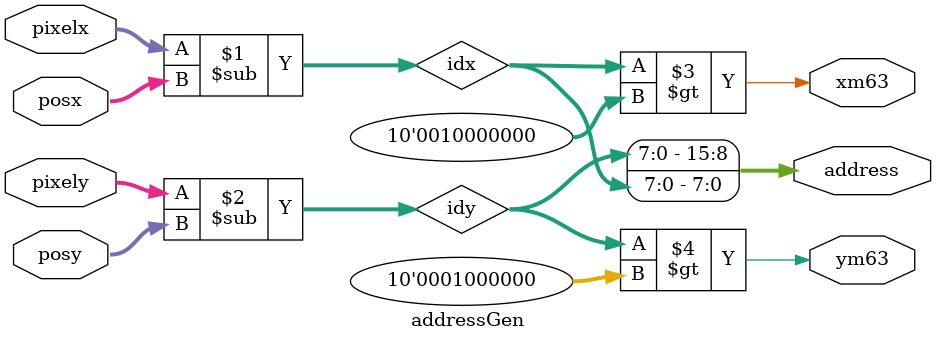
<source format=sv>
module addressGen(input [9:0] pixelx, pixely,
										posx, posy,
						output xm63, ym63,
						output logic [15:0] address);

logic [9:0] idx, idy;
assign idx = pixelx - posx;
assign idy = pixely - posy;
assign address = {idy[7:0], idx[7:0]}; 
assign xm63 = (idx > 10'd128);//cambiar por tama;o de sprite
assign ym63 = (idy > 10'd64);						
						
endmodule
     
//
</source>
